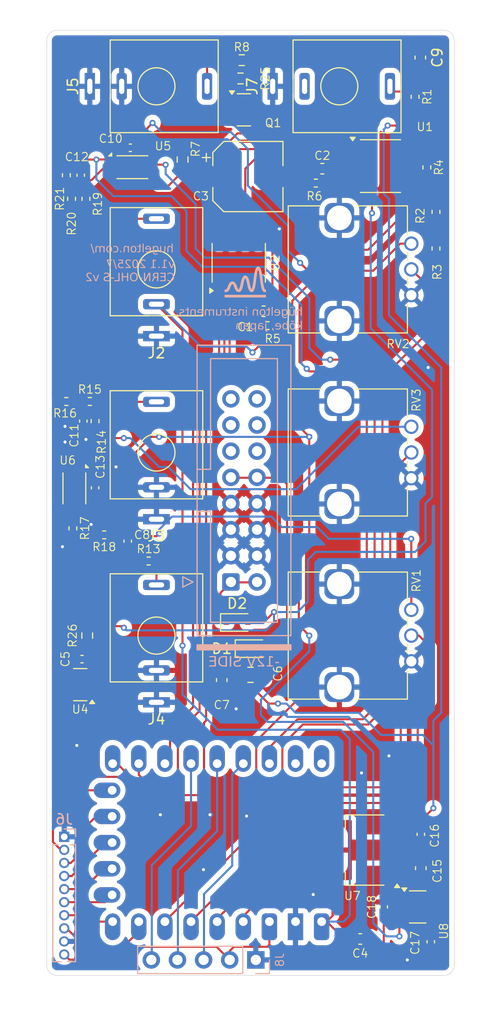
<source format=kicad_pcb>
(kicad_pcb (version 20240108) (generator "pcbnew") (generator_version "8.0")
  (title_block (title "BirdsBoard") (date "2025-07-30") (rev "1.1") (company "Hügelton Instruments. Kōbe, Japan"))
  (layers (0 "F.Cu" signal) (31 "B.Cu" signal) (34 "B.Paste" user) (35 "F.Paste" user) (36 "B.SilkS" user "B.Silkscreen") (37 "F.SilkS" user "F.Silkscreen") (38 "B.Mask" user) (39 "F.Mask" user) (44 "Edge.Cuts" user))
  (net 0 "")
  (net 1 "Net-(U2-VCC)")
  (net 2 "GND")
  (net 3 "Net-(C2-Pad2)")
  (net 4 "Net-(U1A-+)")
  (net 5 "Net-(U1A--)")
  (net 6 "Net-(C3-Pad2)")
  (net 7 "+12V")
  (net 8 "ADC0")
  (net 9 "+3V3")
  (net 10 "Net-(U6A--)")
  (net 11 "Net-(C11-Pad2)")
  (net 12 "-10V")
  (net 13 "Net-(C8-Pad2)")
  (net 14 "+5V")
  (net 15 "-12V")
  (net 16 "VCC")
  (net 17 "Net-(J2-PadT)")
  (net 18 "Net-(J3-PadT)")
  (net 19 "Net-(J4-PadT)")
  (net 20 "Net-(J5-PadT)")
  (net 21 "SD_MOSI")
  (net 22 "SD_CS")
  (net 23 "SD_SCK")
  (net 24 "SD_DAT1")
  (net 25 "SD_DAT3")
  (net 26 "SD_MISO")
  (net 27 "SD_DAT2")
  (net 29 "Jack_Out")
  (net 30 "Net-(R1-Pad2)")
  (net 31 "Net-(U1B--)")
  (net 32 "Net-(U2-LCH)")
  (net 33 "Net-(Q1-C)")
  (net 34 "Net-(Q1-B)")
  (net 36 "Net-(U6B--)")
  (net 37 "ADC1")
  (net 38 "ADC2")
  (net 39 "ADC3")
  (net 42 "DAC_BCK")
  (net 43 "DAC_DATA")
  (net 44 "DAC_WS")
  (net 45 "TX")
  (net 46 "METHOD_2")
  (net 47 "METHOD_1")
  (net 48 "INPUT_GATE")
  (net 49 "RX")
  (net 50 "NEOPIXEL")
  (net 51 "VEE")
  (net 52 "Net-(U5A--)")
  (footprint "Resistor_SMD:R_0603_1608Metric_Pad0.98x0.95mm_HandSolder" (layer "F.Cu") (at 117.729 85.954 90)
    (property "Reference" "R26")
    (property "Value" "2.2k")
  )
  (footprint "_Hugelton:Thonk_narrowPad" (layer "F.Cu") (at 142.24 32.614 90)
    (property "Reference" "J7")
    (property "Value" "Output")
  )
  (footprint "Package_TO_SOT_SMD:SOT-23" (layer "F.Cu") (at 117.0455 90.719 180)
    (property "Reference" "U4")
    (property "Value" "LM4040DBZ-10")
  )
  (footprint "Resistor_SMD:R_0402_1005Metric" (layer "F.Cu") (at 116.332 75.54 -90)
    (property "Reference" "R17")
    (property "Value" "200k")
  )
  (footprint "Capacitor_SMD:C_0402_1005Metric" (layer "F.Cu") (at 121.92 38.583 180)
    (property "Reference" "C10")
    (property "Value" "0.1u")
  )
  (footprint "Resistor_SMD:R_0603_1608Metric_Pad0.98x0.95mm_HandSolder" (layer "F.Cu") (at 132.756 30.074 180)
    (property "Reference" "R8")
    (property "Value" "1M")
  )
  (footprint "Capacitor_SMD:C_0402_1005Metric" (layer "F.Cu") (at 146.558 112.304 90)
    (property "Reference" "C18")
    (property "Value" "1uF")
  )
  (footprint "_Hugelton:Thonk_narrowPad" (layer "F.Cu") (at 124.46 50.394 180)
    (property "Reference" "J2")
    (property "Value" "InputPitchCV")
  )
  (footprint "Resistor_SMD:R_0402_1005Metric" (layer "F.Cu") (at 151.638 48.362 90)
    (property "Reference" "R3")
    (property "Value" "47k")
  )
  (footprint "Resistor_SMD:R_0402_1005Metric" (layer "F.Cu") (at 149.606 33.63 -90)
    (property "Reference" "R1")
    (property "Value" "1k")
  )
  (footprint "Package_DFN_QFN:DFN-8-1EP_3x2mm_P0.5mm_EP1.75x1.45mm" (layer "F.Cu") (at 116.4775 71.6595 -90)
    (property "Reference" "U6")
    (property "Value" "MCP6002-xMC")
  )
  (footprint "Resistor_SMD:R_0402_1005Metric" (layer "F.Cu") (at 117.602 43.536 -90)
    (property "Reference" "R19")
    (property "Value" "100k")
  )
  (footprint "Package_SO:SOIC-8_3.9x4.9mm_P1.27mm" (layer "F.Cu") (at 146.239 40.361)
    (property "Reference" "U1")
    (property "Value" "TL072")
  )
  (footprint "Capacitor_SMD:CP_Elec_6.3x5.4_Nichicon" (layer "F.Cu") (at 133.35 41.377)
    (property "Reference" "C3")
    (property "Value" "100uF")
  )
  (footprint "Capacitor_SMD:C_0805_2012Metric_Pad1.18x1.45mm_HandSolder" (layer "F.Cu") (at 133.604 89.764)
    (property "Reference" "C6")
    (property "Value" "10uF")
  )
  (footprint "Kicad_Akiyuki_Footprint:ALPS_RK09K_Single_Vertical_20mm" (layer "F.Cu") (at 142.24 85.954 90)
    (property "Reference" "RV1")
    (property "Value" "10kB")
  )
  (footprint "Diode_SMD:D_SOD-323" (layer "F.Cu") (at 132.3 84.684)
    (property "Reference" "D2")
    (property "Value" "1N5819WS")
  )
  (footprint "Resistor_SMD:R_0402_1005Metric" (layer "F.Cu") (at 123.696 78.715)
    (property "Reference" "R13")
    (property "Value" "100k")
  )
  (footprint "Capacitor_SMD:C_0603_1608Metric_Pad1.08x0.95mm_HandSolder" (layer "F.Cu") (at 134.874 54.458)
    (property "Reference" "C1")
    (property "Value" "100nF")
  )
  (footprint "Capacitor_SMD:C_0402_1005Metric" (layer "F.Cu") (at 117.094 41.25 90)
    (property "Reference" "C12")
    (property "Value" "18p")
  )
  (footprint "Capacitor_SMD:C_0402_1005Metric" (layer "F.Cu") (at 150.165 105.257 -90)
    (property "Reference" "C16")
    (property "Value" "100nF")
  )
  (footprint "Resistor_SMD:R_0402_1005Metric" (layer "F.Cu") (at 117.981 63.221)
    (property "Reference" "R15")
    (property "Value" "100k")
  )
  (footprint "Capacitor_SMD:C_0402_1005Metric" (layer "F.Cu") (at 121.666 76.782 90)
    (property "Reference" "C8")
    (property "Value" "18p")
  )
  (footprint "Diode_SMD:D_SOD-323" (layer "F.Cu") (at 133.73 87.224)
    (property "Reference" "D1")
    (property "Value" "1N5819WS")
  )
  (footprint "Kicad_Akiyuki_Footprint:ALPS_RK09K_Single_Vertical_20mm" (layer "F.Cu") (at 142.24 68.174 90)
    (property "Reference" "RV3")
    (property "Value" "10kB")
  )
  (footprint "Resistor_SMD:R_0603_1608Metric_Pad0.98x0.95mm_HandSolder" (layer "F.Cu") (at 132.629 31.852)
    (property "Reference" "R25")
    (property "Value" "100k")
  )
  (footprint "Resistor_SMD:R_0402_1005Metric" (layer "F.Cu") (at 135.255 55.855 180)
    (property "Reference" "R5")
    (property "Value" "10")
  )
  (footprint "Capacitor_SMD:C_0402_1005Metric" (layer "F.Cu") (at 117.221 88.24 180)
    (property "Reference" "C5")
    (property "Value" "0.1u")
  )
  (footprint "Capacitor_SMD:C_0402_1005Metric" (layer "F.Cu") (at 151.13 115.685 -90)
    (property "Reference" "C17")
    (property "Value" "0.47uF")
  )
  (footprint "Resistor_SMD:R_0402_1005Metric" (layer "F.Cu") (at 151.638 44.806 -90)
    (property "Reference" "R2")
    (property "Value" "12k")
  )
  (footprint "Capacitor_SMD:C_0603_1608Metric" (layer "F.Cu") (at 144.272 115.418)
    (property "Reference" "C4")
    (property "Value" "10uF")
  )
  (footprint "Resistor_SMD:R_0402_1005Metric" (layer "F.Cu") (at 139.954 42.012 180)
    (property "Reference" "R6")
    (property "Value" "2.2k")
  )
  (footprint "Capacitor_SMD:C_0603_1608Metric" (layer "F.Cu") (at 150.165 108.546 -90)
    (property "Reference" "C15")
    (property "Value" "10uF")
  )
  (footprint "Package_TO_SOT_SMD:SOT-23-3" (layer "F.Cu") (at 149.86 112.304)
    (property "Reference" "U8")
    (property "Value" "XC6206PxxxMR")
  )
  (footprint "Package_TO_SOT_SMD:SOT-23" (layer "F.Cu") (at 132.9615 34.9)
    (property "Reference" "Q1")
    (property "Value" "MMBT3904")
  )
  (footprint "Capacitor_SMD:C_0402_1005Metric" (layer "F.Cu") (at 117.348 65.126 -90)
    (property "Reference" "C11")
    (property "Value" "18p")
  )
  (footprint "Resistor_SMD:R_0402_1005Metric" (layer "F.Cu") (at 118.491 65.126 90)
    (property "Reference" "R14")
    (property "Value" "33k")
  )
  (footprint "Resistor_SMD:R_0402_1005Metric" (layer "F.Cu") (at 115.697 63.221 180)
    (property "Reference" "R16")
    (property "Value" "200k")
  )
  (footprint "Resistor_SMD:R_0603_1608Metric_Pad0.98x0.95mm_HandSolder" (layer "F.Cu") (at 127 39.726 90)
    (property "Reference" "R7")
    (property "Value" "10k")
  )
  (footprint "Resistor_SMD:R_0402_1005Metric" (layer "F.Cu") (at 150.749 40.488 -90)
    (property "Reference" "R4")
    (property "Value" "47k")
  )
  (footprint "Capacitor_SMD:C_0402_1005Metric" (layer "F.Cu") (at 118.491 71.603 90)
    (property "Reference" "C13")
    (property "Value" "0.1u")
  )
  (footprint "Package_DFN_QFN:DFN-8-1EP_3x2mm_P0.5mm_EP1.75x1.45mm" (layer "F.Cu") (at 122.1175 40.4695)
    (property "Reference" "U5")
    (property "Value" "MCP6002-xMC")
  )
  (footprint "_Hugelton:Thonk_narrowPad" (layer "F.Cu") (at 124.46 68.174 180)
    (property "Reference" "J3")
    (property "Value" "CV1")
  )
  (footprint "Package_TO_SOT_SMD:SOT-223-3_TabPin2" (layer "F.Cu") (at 144.729 106.782 180)
    (property "Reference" "U7")
    (property "Value" "LD1117S50TR_SOT223")
  )
  (footprint "Resistor_SMD:R_0402_1005Metric" (layer "F.Cu") (at 116.205 43.536 -90)
    (property "Reference" "R20")
    (property "Value" "200k")
  )
  (footprint "Resistor_SMD:R_0402_1005Metric" (layer "F.Cu") (at 115.697 41.25 -90)
    (property "Reference" "R21")
    (property "Value" "33k")
  )
  (footprint "Capacitor_SMD:C_0603_1608Metric" (layer "F.Cu") (at 130.81 90.272 -90)
    (property "Reference" "C7")
    (property "Value" "0.1u")
  )
  (footprint "_Hugelton:Thonk_narrowPad" (layer "F.Cu") (at 124.46 85.954 180)
    (property "Reference" "J4")
    (property "Value" "CV2")
  )
  (footprint "Kicad_Akiyuki_Footprint:ALPS_RK09K_Single_Vertical_20mm" (layer "F.Cu") (at 142.24 50.394 90)
    (property "Reference" "RV2")
    (property "Value" "10kB")
  )
  (footprint "_Hugelton:Thonk_narrowPad" (layer "F.Cu") (at 124.46 32.614 90)
    (property "Reference" "J5")
    (property "Value" "GateInput")
  )
  (footprint "Capacitor_SMD:C_0603_1608Metric_Pad1.08x0.95mm_HandSolder" (layer "F.Cu") (at 140.589 40.615 180)
    (property "Reference" "C2")
    (property "Value" "1uF")
  )
  (footprint "Resistor_SMD:R_0402_1005Metric" (layer "F.Cu") (at 119.381999 76.175 180)
    (property "Reference" "R18")
    (property "Value" "33k")
  )
  (footprint "Package_SO:SOP-8_3.76x4.96mm_P1.27mm" (layer "F.Cu") (at 132.461 49.7565 90)
    (property "Reference" "U2")
    (property "Value" "PT8211")
  )
  (footprint "Capacitor_SMD:C_0603_1608Metric" (layer "F.Cu") (at 150.114 29.82 90)
    (property "Reference" "C9")
    (property "Value" "0.1u")
  )
  (footprint "Connector_PinHeader_2.54mm:PinHeader_1x05_P2.54mm_Vertical" (layer "B.Cu") (at 134.12 117.45 90)
    (property "Reference" "J8")
    (property "Value" "Conn_01x05_Pin")
  )
  (footprint "Connector_IDC:IDC-Header_2x08_P2.54mm_Vertical" (layer "B.Cu") (at 131.699 80.747)
    (property "Reference" "J1" (hide yes))
    (property "Value" "Conn_02x08_Odd_Even")
  )
  (footprint "Connector_PinHeader_1.27mm:PinHeader_1x10_P1.27mm_Vertical" (layer "B.Cu") (at 115.49 105.494 180)
    (property "Reference" "J6")
    (property "Value" "Conn_01x10_Pin")
  )
  (footprint "Hugelton:LOGO" (layer "B.Cu") (at 133.096 51.791 180)
    (property "Reference" "G***")
    (property "Value" "LOGO" (hide yes))
  )
  (footprint "_Hugelton:RP2040-Zero-THT2" (layer "B.Cu") (at 130.36 106.06 90)
    (property "Reference" "U3" (hide yes))
    (property "Value" "RP2040-Zero-throu" (hide yes))
  )
  (gr_rect (start 128.397 86.843) (end 137.541 87.351) (stroke (width 0.1)) (fill solid) (layer "B.SilkS"))
  (gr_line (start 114.792 27.168) (end 152.416 27.168) (stroke (width 0.05)) (layer "Edge.Cuts"))
  (gr_arc (start 113.792 28.168) (mid 114.084893 27.460893) (end 114.792 27.168) (stroke (width 0.05)) (layer "Edge.Cuts"))
  (gr_arc (start 114.792 118.958) (mid 114.084893 118.665107) (end 113.792 117.958) (stroke (width 0.05)) (layer "Edge.Cuts"))
  (gr_line (start 113.792 117.958) (end 113.792 28.168) (stroke (width 0.05)) (layer "Edge.Cuts"))
  (gr_arc (start 153.416 117.958) (mid 153.123107 118.665107) (end 152.416 118.958) (stroke (width 0.05)) (layer "Edge.Cuts"))
  (gr_arc (start 152.416 27.168) (mid 153.123107 27.460893) (end 153.416 28.168) (stroke (width 0.05)) (layer "Edge.Cuts"))
  (gr_line (start 152.416 118.958) (end 114.792 118.958) (stroke (width 0.05)) (layer "Edge.Cuts"))
  (gr_line (start 153.416 28.168) (end 153.416 117.958) (stroke (width 0.05)) (layer "Edge.Cuts"))
  (gr_text "CERN-OHL-S v2" (at 126.24 51.674 0) (layer "B.SilkS") (effects (font (size 0.8 0.8)) (justify left bottom mirror)))
  (gr_text "v1.1 2025/7" (at 126.26 50.394 0) (layer "B.SilkS") (effects (font (size 0.8 0.8)) (justify left bottom mirror)))
  (gr_text "hugelton.com/" (at 126.135 48.871 0) (layer "B.SilkS") (effects (font (size 0.8 0.8)) (justify left bottom mirror)))
  (gr_text "hügelton instruments.\nkōbe, japan" (at 138.684 56.363 0) (layer "B.SilkS") (effects (font (size 0.8 0.8)) (justify left bottom mirror)))
  (gr_text "-12V SIDE" (at 132.969 89.129 0) (layer "B.SilkS") (effects (font (size 1 1) (thickness 0.125)) (justify bottom mirror)))
  (segment (start 135.765 55.728) (end 135.765 54.486499) (width 0.2) (layer "F.Cu") (net 1))
  (segment (start 135.736501 54.458) (end 135.736501 48.589501) (width 0.2) (layer "F.Cu") (net 1))
  (segment (start 135.736501 48.589501) (end 134.366 47.219) (width 0.2) (layer "F.Cu") (net 1))
  (segment (start 124.841 103.353) (end 121.158 99.67) (width 0.2) (layer "F.Cu") (net 2))
  (segment (start 133.223 103.48) (end 133.096 103.353) (width 0.2) (layer "F.Cu") (net 2))
  (segment (start 150.165 109.321) (end 150.165 110.287) (width 0.2) (layer "F.Cu") (net 2))
  (segment (start 118.491 71.123) (end 117.014 71.123) (width 0.2) (layer "F.Cu") (net 2))
  (segment (start 124.841 103.353) (end 129.667 103.353) (width 0.2) (layer "F.Cu") (net 2))
  (segment (start 150.165 110.287) (end 149.098 111.354) (width 0.2) (layer "F.Cu") (net 2))
  (segment (start 116.2275 70.2095) (end 115.7275 70.2095) (width 0.2) (layer "F.Cu") (net 2))
  (segment (start 116.2275 70.2095) (end 116.2275 71.4095) (width 0.2) (layer "F.Cu") (net 2))
  (segment (start 120.6675 40.7195) (end 121.8675 40.7195) (width 0.2) (layer "F.Cu") (net 2))
  (segment (start 118.618 99.67) (end 116.713 97.765) (width 0.2) (layer "F.Cu") (net 2))
  (segment (start 134.366 54.103499) (end 134.366 52.294) (width 0.2) (layer "F.Cu") (net 2))
  (segment (start 116.713 97.765) (end 116.713 96.622) (width 0.2) (layer "F.Cu") (net 2))
  (segment (start 121.793 38.936) (end 121.793 40.145) (width 0.2) (layer "F.Cu") (net 2))
  (segment (start 115.7275 73.1095) (end 115.7275 70.2095) (width 0.2) (layer "F.Cu") (net 2))
  (segment (start 147.028 111.354) (end 148.7225 111.354) (width 0.2) (layer "F.Cu") (net 2))
  (segment (start 115.316 77.318) (end 115.316 73.521) (width 0.2) (layer "F.Cu") (net 2))
  (segment (start 131.74 36.134) (end 132.024 35.85) (width 0.2) (layer "F.Cu") (net 2))
  (segment (start 115.316 73.521) (end 115.7275 73.1095) (width 0.2) (layer "F.Cu") (net 2))
  (segment (start 120.6675 41.2195) (end 120.6675 40.7195) (width 0.2) (layer "F.Cu") (net 2))
  (segment (start 133.096 103.353) (end 129.667 103.353) (width 0.2) (layer "F.Cu") (net 2))
  (segment (start 146.558 111.824) (end 147.028 111.354) (width 0.2) (layer "F.Cu") (net 2))
  (segment (start 121.158 99.67) (end 118.618 99.67) (width 0.2) (layer "F.Cu") (net 2))
  (segment (start 129.921 103.099) (end 129.667 103.353) (width 0) (layer "F.Cu") (net 2))
  (segment (start 121.44 38.583) (end 121.793 38.936) (width 0.2) (layer "F.Cu") (net 2))
  (via (at 115.57 67.158) (size 0.6) (drill 0.3) (layers "F.Cu" "B.Cu") (net 2))
  (via (at 148.844 117.45) (size 0.6) (drill 0.3) (layers "F.Cu" "B.Cu") (net 2))
  (via (at 124.841 103.353) (size 0.6) (drill 0.3) (layers "F.Cu" "B.Cu") (net 2))
  (via (at 115.316 77.318) (size 0.6) (drill 0.3) (layers "F.Cu" "B.Cu") (net 2))
  (via (at 136.398 46.457) (size 0.6) (drill 0.3) (layers "F.Cu" "B.Cu") (net 2))
  (via (at 147.066 97.638) (size 0.6) (drill 0.3) (layers "F.Cu" "B.Cu") (net 2))
  (via (at 116.713 96.622) (size 0.6) (drill 0.3) (layers "F.Cu" "B.Cu") (net 2))
  (via (at 129.032 108.687) (size 0.6) (drill 0.3) (layers "F.Cu" "B.Cu") (net 2))
  (via (at 132.207 93.066) (size 0.6) (drill 0.3) (layers "F.Cu" "B.Cu") (net 2))
  (via (at 118.11 75.159) (size 0.6) (drill 0.3) (layers "F.Cu" "B.Cu") (net 2))
  (via (at 144.399 99.289) (size 0.6) (drill 0.3) (layers "F.Cu" "B.Cu") (net 2))
  (via (at 129.667 103.353) (size 0.6) (drill 0.3) (layers "F.Cu" "B.Cu") (net 2))
  (via (at 117.602 66.904) (size 0.6) (drill 0.3) (layers "F.Cu" "B.Cu") (net 2))
  (via (at 115.57 65.634) (size 0.6) (drill 0.3) (layers "F.Cu" "B.Cu") (net 2))
  (via (at 139.7 111.1) (size 0.6) (drill 0.3) (layers "F.Cu" "B.Cu") (net 2))
  (via (at 150.876 59.919) (size 0.6) (drill 0.3) (layers "F.Cu" "B.Cu") (net 2))
  (via (at 120.523 69.571) (size 0.6) (drill 0.3) (layers "F.Cu" "B.Cu") (net 2))
  (via (at 133.223 103.48) (size 0.6) (drill 0.3) (layers "F.Cu" "B.Cu") (net 2))
  (segment (start 137.98 116.434) (end 137.98 113.73) (width 0.2) (layer "B.Cu") (net 2))
  (segment (start 118.615 74.654) (end 124.46 74.654) (width 0.2) (layer "B.Cu") (net 2))
  (segment (start 120.523 69.571) (end 120.523 73.707) (width 0.2) (layer "B.Cu") (net 2))
  (segment (start 146.812 97.511) (end 145.034 95.733) (width 0.2) (layer "B.Cu") (net 2))
  (segment (start 137.98 113.23) (end 138.48 113.73) (width 0.2) (layer "B.Cu") (net 2))
  (segment (start 134.12 117.45) (end 136.964 117.45) (width 0.2) (layer "B.Cu") (net 2))
  (segment (start 136.906 93.574) (end 135.763 93.574) (width 0.2) (layer "B.Cu") (net 2))
  (segment (start 133.223 103.48) (end 133.223 109.322) (width 0.2) (layer "B.Cu") (net 2))
  (segment (start 118.11 75.159) (end 118.615 74.654) (width 0.2) (layer "B.Cu") (net 2))
  (segment (start 143.148 93.847) (end 137.179 93.847) (width 0.2) (layer "B.Cu") (net 2))
  (segment (start 146.939 97.511) (end 146.812 97.511) (width 0.2) (layer "B.Cu") (net 2))
  (segment (start 137.16 93.828) (end 136.906 93.574) (width 0.2) (layer "B.Cu") (net 2))
  (segment (start 133.604 109.703) (end 136.779 109.703) (width 0.2) (layer "B.Cu") (net 2))
  (segment (start 115.951 77.318) (end 118.11 75.159) (width 0.2) (layer "B.Cu") (net 2))
  (segment (start 121.47 74.654) (end 124.46 74.654) (width 0.2) (layer "B.Cu") (net 2))
  (segment (start 136.779 109.703) (end 137.98 110.904) (width 0.2) (layer "B.Cu") (net 2))
  (segment (start 133.223 109.322) (end 133.604 109.703) (width 0.2) (layer "B.Cu") (net 2))
  (segment (start 137.98 110.904) (end 137.98 113.23) (width 0.2) (layer "B.Cu") (net 2))
  (segment (start 120.523 73.707) (end 121.47 74.654) (width 0.2) (layer "B.Cu") (net 2))
  (segment (start 147.066 97.638) (end 146.939 97.511) (width 0.2) (layer "B.Cu") (net 2))
  (segment (start 145.034 95.733) (end 143.148 93.847) (width 0.2) (layer "B.Cu") (net 2))
  (segment (start 136.964 117.45) (end 137.98 116.434) (width 0.2) (layer "B.Cu") (net 2))
  (segment (start 137.179 93.847) (end 137.16 93.828) (width 0.2) (layer "B.Cu") (net 2))
  (segment (start 115.316 77.318) (end 115.951 77.318) (width 0.2) (layer "B.Cu") (net 2))
  (segment (start 140.464 41.352501) (end 139.726499 40.615) (width 0.2) (layer "F.Cu") (net 3))
  (segment (start 140.464 42.012) (end 140.464 41.352501) (width 0.2) (layer "F.Cu") (net 3))
  (segment (start 141.832501 40.996) (end 141.451501 40.615) (width 0.2) (layer "F.Cu") (net 4))
  (segment (start 143.764 40.996) (end 141.832501 40.996) (width 0.2) (layer "F.Cu") (net 4))
  (segment (start 130.65 40.648) (end 132.588 38.71) (width 0.2) (layer "F.Cu") (net 5))
  (segment (start 143.51 38.71) (end 143.764 38.456) (width 0.2) (layer "F.Cu") (net 5))
  (segment (start 130.65 41.377) (end 130.65 40.648) (width 0.2) (layer "F.Cu") (net 5))
  (segment (start 143.764 39.726) (end 143.764 38.456) (width 0.2) (layer "F.Cu") (net 5))
  (segment (start 132.588 38.71) (end 143.51 38.71) (width 0.2) (layer "F.Cu") (net 5))
  (segment (start 138.684 46.965) (end 140.208 48.489) (width 0.2) (layer "F.Cu") (net 6))
  (segment (start 136.398 41.377) (end 138.684 43.663) (width 0.2) (layer "F.Cu") (net 6))
  (segment (start 145.034 48.489) (end 148.207 45.316) (width 0.2) (layer "F.Cu") (net 6))
  (segment (start 148.207 45.316) (end 151.638 45.316) (width 0.2) (layer "F.Cu") (net 6))
  (segment (start 140.208 48.489) (end 145.034 48.489) (width 0.2) (layer "F.Cu") (net 6))
  (segment (start 151.638 47.852) (end 151.638 45.316) (width 0.2) (layer "F.Cu") (net 6))
  (segment (start 138.684 43.663) (end 138.684 46.965) (width 0.2) (layer "F.Cu") (net 6))
  (segment (start 147.701 36.424) (end 148.714 37.437) (width 0.2) (layer "F.Cu") (net 7))
  (segment (start 132.08 87.224) (end 132.68 87.224) (width 0.2) (layer "F.Cu") (net 7))
  (segment (start 150.165 103.937) (end 151.384 102.718) (width 0.2) (layer "F.Cu") (net 7))
  (segment (start 132.08 87.224) (end 132.08 89.2775) (width 0.2) (layer "F.Cu") (net 7))
  (segment (start 132.08 89.2775) (end 132.5665 89.764) (width 0.2) (layer "F.Cu") (net 7))
  (segment (start 130.81 89.497) (end 132.2995 89.497) (width 0.2) (layer "F.Cu") (net 7))
  (segment (start 136.271 92.558) (end 135.3605 92.558) (width 0.2) (layer "F.Cu") (net 7))
  (segment (start 150.165 104.482) (end 150.165 103.937) (width 0.2) (layer "F.Cu") (net 7))
  (segment (start 148.714 37.437) (end 148.714 38.456) (width 0.2) (layer "F.Cu") (net 7))
  (segment (start 146.939 36.424) (end 147.701 36.424) (width 0.2) (layer "F.Cu") (net 7))
  (segment (start 135.3605 92.558) (end 132.5665 89.764) (width 0.2) (layer "F.Cu") (net 7))
  (segment (start 150.165 104.482) (end 147.879 104.482) (width 0.2) (layer "F.Cu") (net 7))
  (via (at 146.939 36.424) (size 0.6) (drill 0.3) (layers "F.Cu" "B.Cu") (net 7))
  (via (at 151.384 102.718) (size 0.6) (drill 0.3) (layers "F.Cu" "B.Cu") (net 7))
  (via (at 136.271 92.558) (size 0.6) (drill 0.3) (layers "F.Cu" "B.Cu") (net 7))
  (segment (start 146.558 36.805) (end 146.558 43.028) (width 0.2) (layer "B.Cu") (net 7))
  (segment (start 151.384 96.622) (end 151.384 97.13) (width 0.2) (layer "B.Cu") (net 7))
  (segment (start 146.304 95.606) (end 150.368 95.606) (width 0.2) (layer "B.Cu") (net 7))
  (segment (start 144.145 93.447) (end 146.304 95.606) (width 0.2) (layer "B.Cu") (net 7))
  (segment (start 151.384 94.209) (end 151.384 97.13) (width 0.2) (layer "B.Cu") (net 7))
  (segment (start 152.146 93.447) (end 151.384 94.209) (width 0.2) (layer "B.Cu") (net 7))
  (segment (start 146.558 43.028) (end 147.066 43.536) (width 0.2) (layer "B.Cu") (net 7))
  (segment (start 150.368 95.606) (end 151.384 96.622) (width 0.2) (layer "B.Cu") (net 7))
  (segment (start 147.066 43.536) (end 147.066 54.839) (width 0.2) (layer "B.Cu") (net 7))
  (segment (start 137.0965 92.558) (end 137.9855 93.447) (width 0.2) (layer "B.Cu") (net 7))
  (segment (start 137.9855 93.447) (end 144.145 93.447) (width 0.2) (layer "B.Cu") (net 7))
  (segment (start 152.146 59.919) (end 152.146 93.447) (width 0.2) (layer "B.Cu") (net 7))
  (segment (start 147.066 54.839) (end 152.146 59.919) (width 0.2) (layer "B.Cu") (net 7))
  (segment (start 136.271 92.558) (end 137.0965 92.558) (width 0.2) (layer "B.Cu") (net 7))
  (segment (start 151.384 97.13) (end 151.384 102.718) (width 0.2) (layer "B.Cu") (net 7))
  (segment (start 146.939 36.424) (end 146.558 36.805) (width 0.2) (layer "B.Cu") (net 7))
  (segment (start 138.811 91.542) (end 134.1628 96.1902) (width 0.2) (layer "F.Cu") (net 8))
  (segment (start 144.907 61.316) (end 144.907 86.589) (width 0.2) (layer "F.Cu") (net 8))
  (segment (start 143.891 60.3) (end 144.907 61.316) (width 0.2) (layer "F.Cu") (net 8))
  (segment (start 118.618 39.726) (end 118.6245 39.7195) (width 0.2) (layer "F.Cu") (net 8))
  (segment (start 139.319 60.3) (end 143.891 60.3) (width 0.2) (layer "F.Cu") (net 8))
  (segment (start 144.145 87.351) (end 141.224 87.351) (width 0.2) (layer "F.Cu") (net 8))
  (segment (start 134.1628 104.8262) (end 125.780001 113.208999) (width 0.2) (layer "F.Cu") (net 8))
  (segment (start 117.094 40.77) (end 115.726999 40.77) (width 0.2) (layer "F.Cu") (net 8))
  (segment (start 144.907 86.589) (end 144.145 87.351) (width 0.2) (layer "F.Cu") (net 8))
  (segment (start 141.224 87.351) (end 138.811 89.764) (width 0.2) (layer "F.Cu") (net 8))
  (segment (start 117.094 40.77) (end 117.094 40.234) (width 0.2) (layer "F.Cu") (net 8))
  (segment (start 117.094 40.234) (end 117.602 39.726) (width 0.2) (layer "F.Cu") (net 8))
  (segment (start 118.6245 39.7195) (end 120.6675 39.7195) (width 0.2) (layer "F.Cu") (net 8))
  (segment (start 134.1628 96.1902) (end 134.1628 104.8262) (width 0.2) (layer "F.Cu") (net 8))
  (segment (start 139.065 60.046) (end 139.319 60.3) (width 0.2) (layer "F.Cu") (net 8))
  (segment (start 138.811 89.764) (end 138.811 91.542) (width 0.2) (layer "F.Cu") (net 8))
  (segment (start 117.602 39.726) (end 118.618 39.726) (width 0.2) (layer "F.Cu") (net 8))
  (via (at 139.065 60.046) (size 0.6) (drill 0.3) (layers "F.Cu" "B.Cu") (net 8))
  (via (at 118.618 39.726) (size 0.6) (drill 0.3) (layers "F.Cu" "B.Cu") (net 8))
  (segment (start 138.557 59.538) (end 139.065 60.046) (width 0.2) (layer "B.Cu") (net 8))
  (segment (start 138.557 53.823) (end 138.557 59.538) (width 0.2) (layer "B.Cu") (net 8))
  (segment (start 118.618 39.726) (end 118.618 41.631) (width 0.2) (layer "B.Cu") (net 8))
  (segment (start 118.618 41.631) (end 120.269 43.282) (width 0.2) (layer "B.Cu") (net 8))
  (segment (start 120.269 43.282) (end 125.9205 43.282) (width 0.2) (layer "B.Cu") (net 8))
  (segment (start 128.905 50.14) (end 134.874 50.14) (width 0.2) (layer "B.Cu") (net 8))
  (segment (start 125.9205 43.282) (end 127.381 44.7425) (width 0.2) (layer "B.Cu") (net 8))
  (segment (start 134.874 50.14) (end 138.557 53.823) (width 0.2) (layer "B.Cu") (net 8))
  (segment (start 127.381 44.7425) (end 127.381 48.616) (width 0.2) (layer "B.Cu") (net 8))
  (segment (start 127.381 48.616) (end 128.905 50.14) (width 0.2) (layer "B.Cu") (net 8))
  (segment (start 123.1865 38.583) (end 123.5675 38.964) (width 0.2) (layer "F.Cu") (net 9))
  (segment (start 148.7225 113.254) (end 148.082 113.8945) (width 0.2) (layer "F.Cu") (net 9))
  (segment (start 131.58 116.584) (end 131.99 116.174) (width 0.2) (layer "F.Cu") (net 9))
  (segment (start 135.439999 114.23) (end 135.439999 115.983999) (width 0.2) (layer "F.Cu") (net 9))
  (segment (start 141.224 50.521) (end 140.589 50.521) (width 0.2) (layer "F.Cu") (net 9))
  (segment (start 135.439999 115.983999) (end 137.033 117.577) (width 0.2) (layer "F.Cu") (net 9))
  (segment (start 138.303 77.064) (end 138.303 84.938) (width 0.2) (layer "F.Cu") (net 9))
  (segment (start 130.304 116.174) (end 122.24 116.174) (width 0.2) (layer "F.Cu") (net 9))
  (segment (start 137.033 117.577) (end 145.669 117.577) (width 0.2) (layer "F.Cu") (net 9))
  (segment (start 139.192 50.521) (end 138.43 49.759) (width 0.2) (layer "F.Cu") (net 9))
  (segment (start 146.558 113.079) (end 148.5475 113.079) (width 0.2) (layer "F.Cu") (net 9))
  (segment (start 139.319 76.048) (end 138.303 77.064) (width 0.2) (layer "F.Cu") (net 9))
  (segment (start 131.58 117.45) (end 130.304 116.174) (width 0.2) (layer "F.Cu") (net 9))
  (segment (start 135.939999 113.73) (end 135.439999 114.23) (width 0.2) (layer "F.Cu") (net 9))
  (segment (start 122.24 116.174) (end 120.99 117.424) (width 0.2) (layer "F.Cu") (net 9))
  (segment (start 127 38.8135) (end 124.4735 38.8135) (width 0.2) (layer "F.Cu") (net 9))
  (segment (start 148.082 113.8945) (end 148.082 115.164) (width 0.2) (layer "F.Cu") (net 9))
  (segment (start 115.99 117.424) (end 115.49 116.924) (width 0.2) (layer "F.Cu") (net 9))
  (segment (start 124.4735 38.8135) (end 123.5675 39.7195) (width 0.2) (layer "F.Cu") (net 9))
  (segment (start 123.5675 36.6815) (end 124.079 36.17) (width 0.2) (layer "F.Cu") (net 9))
  (segment (start 135.249998 116.174) (end 135.439999 115.983999) (width 0.2) (layer "F.Cu") (net 9))
  (segment (start 137.668 53.442) (end 137.668 64.999) (width 0.2) (layer "F.Cu") (net 9))
  (segment (start 141.224 50.521) (end 139.192 50.521) (width 0.2) (layer "F.Cu") (net 9))
  (segment (start 145.669 117.577) (end 146.558 116.688) (width 0.2) (layer "F.Cu") (net 9))
  (segment (start 124.714 66.65) (end 123.952 66.65) (width 0.2) (layer "F.Cu") (net 9))
  (segment (start 145.542 50.521) (end 141.224 50.521) (width 0.2) (layer "F.Cu") (net 9))
  (segment (start 122.047 71.095) (end 121.059 72.083) (width 0.2) (layer "F.Cu") (net 9))
  (segment (start 123.5675 38.964) (end 123.5675 36.6815) (width 0.2) (layer "F.Cu") (net 9))
  (segment (start 118.0005 73.1095) (end 118.491 72.619) (width 0.2) (layer "F.Cu") (net 9))
  (segment (start 149.24 47.894) (end 148.169 47.894) (width 0.2) (layer "F.Cu") (net 9))
  (segment (start 122.4 38.583) (end 123.1865 38.583) (width 0.2) (layer "F.Cu") (net 9))
  (segment (start 131.58 117.45) (end 131.58 116.584) (width 0.2) (layer "F.Cu") (net 9))
  (segment (start 121.059 72.083) (end 118.491 72.083) (width 0.2) (layer "F.Cu") (net 9))
  (segment (start 148.169 47.894) (end 145.542 50.521) (width 0.2) (layer "F.Cu") (net 9))
  (segment (start 122.047 68.555) (end 122.047 71.095) (width 0.2) (layer "F.Cu") (net 9))
  (segment (start 123.952 66.65) (end 122.047 68.555) (width 0.2) (layer "F.Cu") (net 9))
  (segment (start 140.589 50.521) (end 137.668 53.442) (width 0.2) (layer "F.Cu") (net 9))
  (segment (start 138.303 84.938) (end 139.319 85.954) (width 0.2) (layer "F.Cu") (net 9))
  (segment (start 123.5675 39.7195) (end 123.5675 38.964) (width 0.2) (layer "F.Cu") (net 9))
  (segment (start 117.2275 73.1095) (end 118.0005 73.1095) (width 0.2) (layer "F.Cu") (net 9))
  (segment (start 118.491 72.619) (end 118.491 72.083) (width 0.2) (layer "F.Cu") (net 9))
  (segment (start 120.99 117.424) (end 115.99 117.424) (width 0.2) (layer "F.Cu") (net 9))
  (segment (start 137.668 64.999) (end 139.319 66.65) (width 0.2) (layer "F.Cu") (net 9))
  (segment (start 139.319 66.65) (end 139.319 76.048) (width 0.2) (layer "F.Cu") (net 9))
  (segment (start 131.99 116.174) (end 135.249998 116.174) (width 0.2) (layer "F.Cu") (net 9))
  (segment (start 146.558 116.688) (end 146.558 113.079) (width 0.2) (layer "F.Cu") (net 9))
  (via (at 124.714 66.65) (size 0.6) (drill 0.3) (layers "F.Cu" "B.Cu") (net 9))
  (via (at 138.43 49.759) (size 0.6) (drill 0.3) (layers "F.Cu" "B.Cu") (net 9))
  (via (at 148.082 115.164) (size 0.6) (drill 0.3) (layers "F.Cu" "B.Cu") (net 9))
  (via (at 139.319 85.954) (size 0.6) (drill 0.3) (layers "F.Cu" "B.Cu") (net 9))
  (via (at 124.079 36.17) (size 0.6) (drill 0.3) (layers "F.Cu" "B.Cu") (net 9))
  (via (at 139.319 66.65) (size 0.6) (drill 0.3) (layers "F.Cu" "B.Cu") (net 9))
  (segment (start 124.714 66.65) (end 124.721 66.657) (width 0.2) (layer "B.Cu") (net 9))
  (segment (start 134.62 92.177) (end 139.319 87.478) (width 0.2) (layer "B.Cu") (net 9))
  (segment (start 133.35 42.266) (end 137.287 46.203) (width 0.2) (layer "B.Cu") (net 9))
  (segment (start 135.439999 114.23) (end 135.939999 113.73) (width 0.2) (layer "B.Cu") (net 9))
  (segment (start 124.721 66.657) (end 139.312 66.657) (width 0.2) (layer "B.Cu") (net 9))
  (segment (start 133.35 38.71) (end 133.35 42.266) (width 0.2) (layer "B.Cu") (net 9))
  (segment (start 137.287 46.203) (end 137.287 48.616) (width 0.2) (layer "B.Cu") (net 9))
  (segment (start 124.968 37.059) (end 131.699 37.059) (width 0.2) (layer "B.Cu") (net 9))
  (segment (start 131.699 37.059) (end 133.35 38.71) (width 0.2) (layer "B.Cu") (net 9))
  (segment (start 145.542 97.257) (end 142.621 94.336) (width 0.2) (layer "B.Cu") (net 9))
  (segment (start 146.812 115.164) (end 145.542 113.894) (width 0.2) (layer "B.Cu") (net 9))
  (segment (start 148.082 115.164) (end 146.812 115.164) (width 0.2) (layer "B.Cu") (net 9))
  (segment (start 142.621 94.336) (end 135.255 94.336) (width 0.2) (layer "B.Cu") (net 9))
  (segment (start 132.08 117.45) (end 131.6228 116.9928) (width 0.2) (layer "B.Cu") (net 9))
  (segment (start 145.542 113.894) (end 145.542 97.257) (width 0.2) (layer "B.Cu") (net 9))
  (segment (start 124.079 36.17) (end 124.968 37.059) (width 0.2) (layer "B.Cu") (net 9))
  (segment (start 135.255 94.336) (end 134.62 93.701) (width 0.2) (layer "B.Cu") (net 9))
  (segment (start 134.62 93.701) (end 134.62 92.177) (width 0.2) (layer "B.Cu") (net 9))
  (segment (start 137.287 48.616) (end 138.43 49.759) (width 0.2) (layer "B.Cu") (net 9))
  (segment (start 139.312 66.657) (end 139.319 66.65) (width 0.2) (layer "B.Cu") (net 9))
  (segment (start 139.319 87.478) (end 139.319 85.954) (width 0.2) (layer "B.Cu") (net 9))
  (segment (start 117.348 64.646) (end 117.348 63.344) (width 0.2) (layer "F.Cu") (net 10))
  (segment (start 116.812 64.646) (end 116.459 64.999) (width 0.2) (layer "F.Cu") (net 10))
  (segment (start 118.491 64.616001) (end 117.377999 64.616001) (width 0.2) (layer "F.Cu") (net 10))
  (segment (start 116.206999 63.221) (end 117.471 63.221) (width 0.2) (layer "F.Cu") (net 10))
  (segment (start 116.459 68.745) (end 116.7275 69.0135) (width 0.2) (layer "F.Cu") (net 10))
  (segment (start 116.7275 70.2095) (end 116.7275 69.0135) (width 0.2) (layer "F.Cu") (net 10))
  (segment (start 116.459 64.999) (end 116.459 68.745) (width 0.2) (layer "F.Cu") (net 10))
  (segment (start 117.348 64.646) (end 116.812 64.646) (width 0.2) (layer "F.Cu") (net 10))
  (segment (start 118.999 66.777) (end 117.2275 68.5485) (width 0.2) (layer "F.Cu") (net 11))
  (segment (start 121.285 66.777) (end 118.999 66.777) (width 0.2) (layer "F.Cu") (net 11))
  (segment (start 118.491 65.635999) (end 118.491 66.269) (width 0.2) (layer "F.Cu") (net 11))
  (segment (start 117.377999 65.635999) (end 118.491 65.635999) (width 0.2) (layer "F.Cu") (net 11))
  (segment (start 117.2275 68.5485) (end 117.2275 70.2095) (width 0.2) (layer "F.Cu") (net 11))
  (segment (start 118.491 66.269) (end 118.999 66.777) (width 0.2) (layer "F.Cu") (net 11))
  (via (at 121.285 66.777) (size 0.6) (drill 0.3) (layers "F.Cu" "B.Cu") (net 11))
  (segment (start 144.104999 65.674001) (end 149.24 65.674001) (width 0.2) (layer "B.Cu") (net 11))
  (segment (start 124.714 69.571) (end 125.603 69.571) (width 0.2) (layer "B.Cu") (net 11))
  (segment (start 138.042 71.737) (end 144.104999 65.674001) (width 0.2) (layer "B.Cu") (net 11))
  (segment (start 127.769 71.737) (end 138.042 71.737) (width 0.2) (layer "B.Cu") (net 11))
  (segment (start 121.285 66.777) (end 121.92 66.777) (width 0.2) (layer "B.Cu") (net 11))
  (segment (start 121.92 66.777) (end 124.714 69.571) (width 0.2) (layer "B.Cu") (net 11))
  (segment (start 125.603 69.571) (end 127.769 71.737) (width 0.2) (layer "B.Cu") (net 11))
  (segment (start 117.701 88.24) (end 117.701 86.8945) (width 0.2) (layer "F.Cu") (net 12))
  (segment (start 115.951 83.033) (end 115.951 79.35) (width 0.2) (layer "F.Cu") (net 12))
  (segment (start 117.729 86.8665) (end 116.7365 86.8665) (width 0.2) (layer "F.Cu") (net 12))
  (segment (start 115.187001 63.221) (end 115.187001 45.063998) (width 0.2) (layer "F.Cu") (net 12))
  (segment (start 116.332 78.969) (end 116.332 76.049999) (width 0.2) (layer "F.Cu") (net 12))
  (segment (start 115.951 86.081) (end 115.951 83.033) (width 0.2) (layer "F.Cu") (net 12))
  (segment (start 116.7365 86.8665) (end 115.951 86.081) (width 0.2) (layer "F.Cu") (net 12))
  (segment (start 114.681 81.763) (end 114.681 63.727001) (width 0.2) (layer "F.Cu") (net 12))
  (segment (start 115.951 83.033) (end 114.681 81.763) (width 0.2) (layer "F.Cu") (net 12))
  (segment (start 115.187001 45.063998) (end 116.205 44.045999) (width 0.2) (layer "F.Cu") (net 12))
  (segment (start 117.602 89.769) (end 117.602 88.339) (width 0.2) (layer "F.Cu") (net 12))
  (segment (start 114.681 63.727001) (end 115.187001 63.221) (width 0.2) (layer "F.Cu") (net 12))
  (segment (start 115.951 79.35) (end 116.332 78.969) (width 0.2) (layer "F.Cu") (net 12))
  (segment (start 119.891998 76.175) (end 121.539 76.175) (width 0.2) (layer "F.Cu") (net 13))
  (segment (start 116.7275 73.1095) (end 116.7275 73.9035) (width 0.2) (layer "F.Cu") (net 13))
  (segment (start 124.46 76.302) (end 124.714 76.048) (width 0.2) (layer "F.Cu") (net 13))
  (segment (start 116.7275 73.9035) (end 117.348 74.524) (width 0.2) (layer "F.Cu") (net 13))
  (segment (start 118.872 74.524) (end 119.891998 75.543998) (width 0.2) (layer "F.Cu") (net 13))
  (segment (start 121.666 76.302) (end 124.46 76.302) (width 0.2) (layer "F.Cu") (net 13))
  (segment (start 149.24 83.454001) (end 149.24 76.571) (width 0.2) (layer "F.Cu") (net 13))
  (segment (start 149.24 76.571) (end 149.225 76.556) (width 0.2) (layer "F.Cu") (net 13))
  (segment (start 119.891998 75.543998) (end 119.891998 76.175) (width 0.2) (layer "F.Cu") (net 13))
  (segment (start 117.348 74.524) (end 118.872 74.524) (width 0.2) (layer "F.Cu") (net 13))
  (via (at 149.225 76.556) (size 0.6) (drill 0.3) (layers "F.Cu" "B.Cu") (net 13))
  (via (at 124.714 76.048) (size 0.6) (drill 0.3) (layers "F.Cu" "B.Cu") (net 13))
  (segment (start 141.224 76.556) (end 140.081 75.413) (width 0.2) (layer "B.Cu") (net 13))
  (segment (start 135.636 74.397) (end 125.984 74.397) (width 0.2) (layer "B.Cu") (net 13))
  (segment (start 124.714 75.667) (end 124.714 76.048) (width 0.2) (layer "B.Cu") (net 13))
  (segment (start 136.652 75.413) (end 135.636 74.397) (width 0.2) (layer "B.Cu") (net 13))
  (segment (start 125.984 74.397) (end 124.714 75.667) (width 0.2) (layer "B.Cu") (net 13))
  (segment (start 140.081 75.413) (end 136.652 75.413) (width 0.2) (layer "B.Cu") (net 13))
  (segment (start 149.225 76.556) (end 141.224 76.556) (width 0.2) (layer "B.Cu") (net 13))
  (segment (start 126.99 56.304) (end 124.46 53.774) (width 0.2) (layer "F.Cu") (net 14))
  (segment (start 150.9975 114.7775) (end 151.13 114.91) (width 0.2) (layer "F.Cu") (net 14))
  (segment (start 142.708 115.418) (end 141.02 113.73) (width 0.2) (layer "F.Cu") (net 14))
  (segment (start 151.384 112.37) (end 151.384 108.306) (width 0.2) (layer "F.Cu") (net 14))
  (segment (start 126.99 86.924) (end 126.99 56.304) (width 0.2) (layer "F.Cu") (net 14))
  (segment (start 148.793 106.782) (end 149.782 107.771) (width 0.2) (layer "F.Cu") (net 14))
  (segment (start 143.497 115.418) (end 142.708 115.418) (width 0.2) (layer "F.Cu") (net 14))
  (segment (start 133.7945 58.4585) (end 134.745 57.508) (width 0.2) (layer "F.Cu") (net 14))
  (segment (start 151.384 108.306) (end 150.849 107.771) (width 0.2) (layer "F.Cu") (net 14))
  (segment (start 150.849 107.771) (end 150.165 107.771) (width 0.2) (layer "F.Cu") (net 14))
  (segment (start 149.782 107.771) (end 150.165 107.771) (width 0.2) (layer "F.Cu") (net 14))
  (segment (start 134.745 57.508) (end 134.745 55.728) (width 0.2) (layer "F.Cu") (net 14))
  (segment (start 147.878999 106.782) (end 148.793 106.782) (width 0.2) (layer "F.Cu") (net 14))
  (segment (start 150.9975 112.304) (end 150.9975 114.7775) (width 0.2) (layer "F.Cu") (net 14))
  (segment (start 141.579001 113.170999) (end 141.579001 106.782) (width 0.2) (layer "F.Cu") (net 14))
  (segment (start 141.630001 113.119999) (end 141.02 113.73) (width 0.2) (layer "F.Cu") (net 14))
  (via (at 126.99 86.924) (size 0.6) (drill 0.3) (layers "F.Cu" "B.Cu") (net 14))
  (via (at 133.7945 58.4585) (size 0.6) (drill 0.3) (layers "F.Cu" "B.Cu") (net 14))
  (segment (start 143.256 113.132) (end 143.256 95.987) (width 0.2) (layer "B.Cu") (net 14))
  (segment (start 130.414 95.098) (end 126.99 91.674) (width 0.2) (layer "B.Cu") (net 14))
  (segment (start 141.02 113.73) (end 142.658 113.73) (width 0.2) (layer "B.Cu") (net 14))
  (segment (start 143.256 95.987) (end 142.367 95.098) (width 0.2) (layer "B.Cu") (net 14))
  (segment (start 142.367 95.098) (end 130.414 95.098) (width 0.2) (layer "B.Cu") (net 14))
  (segment (start 133.223 57.887) (end 128.778 57.887) (width 0.2) (layer "B.Cu") (net 14))
  (segment (start 133.7945 58.4585) (end 133.223 57.887) (width 0.2) (layer "B.Cu") (net 14))
  (segment (start 126.99 91.674) (end 126.99 86.924) (width 0.2) (layer "B.Cu") (net 14))
  (segment (start 142.658 113.73) (end 143.256 113.132) (width 0.2) (layer "B.Cu") (net 14))
  (segment (start 128.778 57.887) (end 124.665 53.774) (width 0.2) (layer "B.Cu") (net 14))
  (segment (start 144.907 42.393) (end 145.161 42.393) (width 0.2) (layer "F.Cu") (net 15))
  (segment (start 146.825 29.045) (end 150.114 29.045) (width 0.2) (layer "F.Cu") (net 15))
  (segment (start 145.542 36.678) (end 144.78 35.916) (width 0.2) (layer "F.Cu") (net 15))
  (segment (start 145.542 42.012) (end 145.542 36.678) (width 0.2) (layer "F.Cu") (net 15))
  (segment (start 121.285 85.192) (end 121.1345 85.0415) (width 0.2) (layer "F.Cu") (net 15))
  (segment (start 144.78 31.09) (end 146.825 29.045) (width 0.2) (layer "F.Cu") (net 15))
  (segment (start 144.78 42.266) (end 143.764 42.266) (width 0.2) (layer "F.Cu") (net 15))
  (segment (start 145.415 44.933) (end 145.415 42.901) (width 0.2) (layer "F.Cu") (net 15))
  (segment (start 121.1345 85.0415) (end 117.729 85.0415) (width 0.2) (layer "F.Cu") (net 15))
  (segment (start 135.89 83.668) (end 134.874 84.684) (width 0.2) (layer "F.Cu") (net 15))
  (segment (start 144.78 35.916) (end 144.78 31.09) (width 0.2) (layer "F.Cu") (net 15))
  (segment (start 134.874 84.684) (end 133.384 84.684) (width 0.2) (layer "F.Cu") (net 15))
  (segment (start 145.161 42.393) (end 145.542 42.012) (width 0.2) (layer "F.Cu") (net 15))
  (segment (start 145.415 42.901) (end 144.78 42.266) (width 0.2) (layer "F.Cu") (net 15))
  (via (at 135.89 83.668) (size 0.6) (drill 0.3) (layers "F.Cu" "B.Cu") (net 15))
  (via (at 121.285 85.192) (size 0.6) (drill 0.3) (layers "F.Cu" "B.Cu") (net 15))
  (via (at 145.415 44.933) (size 0.6) (drill 0.3) (layers "F.Cu" "B.Cu") (net 15))
  (segment (start 121.539 85.446) (end 135.128 85.446) (width 0.2) (layer "B.Cu") (net 15))
  (segment (start 149.606 77.826) (end 139.954 77.826) (width 0.2) (layer "B.Cu") (net 15))
  (segment (start 135.89 84.684) (end 135.89 83.668) (width 0.2) (layer "B.Cu") (net 15))
  (segment (start 151.257 72.492) (end 150.622 73.127) (width 0.2) (layer "B.Cu") (net 15))
  (segment (start 145.288 56.109) (end 151.257 62.078) (width 0.2) (layer "B.Cu") (net 15))
  (segment (start 121.285 85.192) (end 121.539 85.446) (width 0.2) (layer "B.Cu") (net 15))
  (segment (start 138.176 83.668) (end 135.89 83.668) (width 0.2) (layer "B.Cu") (net 15))
  (segment (start 139.954 77.826) (end 139.192 78.588) (width 0.2) (layer "B.Cu") (net 15))
  (segment (start 145.288 45.06) (end 145.288 56.109) (width 0.2) (layer "B.Cu") (net 15))
  (segment (start 139.192 82.652) (end 138.176 83.668) (width 0.2) (layer "B.Cu") (net 15))
  (segment (start 150.622 76.81) (end 149.606 77.826) (width 0.2) (layer "B.Cu") (net 15))
  (segment (start 150.622 73.127) (end 150.622 76.81) (width 0.2) (layer "B.Cu") (net 15))
  (segment (start 139.192 78.588) (end 139.192 82.652) (width 0.2) (layer "B.Cu") (net 15))
  (segment (start 145.415 44.933) (end 145.288 45.06) (width 0.2) (layer "B.Cu") (net 15))
  (segment (start 135.128 85.446) (end 135.89 84.684) (width 0.2) (layer "B.Cu") (net 15))
  (segment (start 151.257 62.078) (end 151.257 72.492) (width 0.2) (layer "B.Cu") (net 15))
  (segment (start 137.16 71.264) (end 136.523 70.627) (width 0.2) (layer "F.Cu") (net 16))
  (segment (start 136.523 70.627) (end 131.699 70.627) (width 0.2) (layer "F.Cu") (net 16))
  (segment (start 136.144 87.224) (end 137.16 86.208) (width 0.2) (layer "F.Cu") (net 16))
  (segment (start 137.16 86.208) (end 137.16 71.264) (width 0.2) (layer "F.Cu") (net 16))
  (segment (start 134.78 87.224) (end 136.144 87.224) (width 0.2) (layer "F.Cu") (net 16))
  (segment (start 118.27 45.474) (end 124.46 45.474) (width 0.2) (layer "F.Cu") (net 17))
  (segment (start 117.602 44.806) (end 118.27 45.474) (width 0.2) (layer "F.Cu") (net 17))
  (segment (start 117.602 44.045999) (end 117.602 44.806) (width 0.2) (layer "F.Cu") (net 17))
  (segment (start 124.46 63.254) (end 118.524 63.254) (width 0.2) (layer "F.Cu") (net 18))
  (segment (start 124.46 78.969) (end 124.206 78.715) (width 0.2) (layer "F.Cu") (net 19))
  (segment (start 124.46 81.034) (end 124.46 78.969) (width 0.2) (layer "F.Cu") (net 19))
  (segment (start 131.7165 31.852) (end 131.7165 30.201) (width 0.2) (layer "F.Cu") (net 20))
  (segment (start 129.921 30.074) (end 131.8435 30.074) (width 0.2) (layer "F.Cu") (net 20))
  (segment (start 129.921 30.074) (end 129.38 30.615) (width 0.2) (layer "F.Cu") (net 20))
  (segment (start 129.38 30.615) (end 129.38 32.614) (width 0.2) (layer "F.Cu") (net 20))
  (segment (start 119.467 106.06) (end 116.223 109.304) (width 0.2) (layer "F.Cu") (net 21))
  (segment (start 116.223 109.304) (end 115.49 109.304) (width 0.2) (layer "F.Cu") (net 21))
  (segment (start 116.184 100.98) (end 114.392 102.772) (width 0.2) (layer "F.Cu") (net 22))
  (segment (start 115.16 106.764) (end 115.49 106.764) (width 0.2) (layer "F.Cu") (net 22))
  (segment (start 114.392 105.996) (end 115.16 106.764) (width 0.2) (layer "F.Cu") (net 22))
  (segment (start 114.392 102.772) (end 114.392 105.996) (width 0.2) (layer "F.Cu") (net 22))
  (segment (start 120.65 100.98) (end 116.184 100.98) (width 0.2) (layer "F.Cu") (net 22))
  (segment (start 117.24 106.924) (end 117.24 104.858) (width 0.2) (layer "F.Cu") (net 23))
  (segment (start 117.24 104.858) (end 118.578 103.52) (width 0.2) (layer "F.Cu") (net 23))
  (segment (start 115.49 108.034) (end 116.13 108.034) (width 0.2) (layer "F.Cu") (net 23))
  (segment (start 116.13 108.034) (end 117.24 106.924) (width 0.2) (layer "F.Cu") (net 23))
  (segment (start 118.578 103.52) (end 120.65 103.52) (width 0.2) (layer "F.Cu") (net 23))
  (segment (start 119.057 111.14) (end 119.34 111.14) (width 0.2) (layer "F.Cu") (net 24))
  (segment (start 115.49 111.844) (end 119.446 111.844) (width 0.2) (layer "F.Cu") (net 24))
  (segment (start 119.446 111.844) (end 120.15 111.14) (width 0.2) (layer "F.Cu") (net 24))
  (segment (start 122.3 115.114) (end 123.24 115.114) (width 0.2) (layer "F.Cu") (net 25))
  (segment (start 115.72 114.384) (end 118.01 116.674) (width 0.2) (layer "F.Cu") (net 25))
  (segment (start 115.49 114.384) (end 115.72 114.384) (width 0.2) (layer "F.Cu") (net 25))
  (segment (start 120.74 116.674) (end 122.3 115.114) (width 0.2) (layer "F.Cu") (net 25))
  (segment (start 118.01 116.674) (end 120.74 116.674) (width 0.2) (layer "F.Cu") (net 25))
  (segment (start 119.1765 108.7375) (end 119.539 109.1) (width 0.2) (layer "F.Cu") (net 26))
  (segment (start 115.49 110.574) (end 117.34 110.574) (width 0.2) (layer "F.Cu") (net 26))
  (segment (start 117.34 110.574) (end 119.1765 108.7375) (width 0.2) (layer "F.Cu") (net 26))
  (segment (start 120.15 109.1) (end 120.65 108.6) (width 0.2) (layer "F.Cu") (net 26))
  (segment (start 119.539 109.1) (end 120.15 109.1) (width 0.2) (layer "F.Cu") (net 26))
  (segment (start 115.49 113.114) (end 117.68 113.114) (width 0.2) (layer "F.Cu") (net 27))
  (segment (start 118.296 113.73) (end 120.7 113.73) (width 0.2) (layer "F.Cu") (net 27))
  (segment (start 117.68 113.114) (end 118.296 113.73) (width 0.2) (layer "F.Cu") (net 27))
  (segment (start 147.666 33.12) (end 147.16 32.614) (width 0.2) (layer "F.Cu") (net 29))
  (segment (start 149.606 33.12) (end 147.666 33.12) (width 0.2) (layer "F.Cu") (net 29))
  (segment (start 148.714 39.726) (end 150.497 39.726) (width 0.2) (layer "F.Cu") (net 30))
  (segment (start 150.497 39.726) (end 150.749 39.978) (width 0.2) (layer "F.Cu") (net 30))
  (segment (start 149.606 34.14) (end 149.606 36.297) (width 0.2) (layer "F.Cu") (net 30))
  (segment (start 149.606 36.297) (end 150.749 37.44) (width 0.2) (layer "F.Cu") (net 30))
  (segment (start 150.749 37.44) (end 150.749 39.978) (width 0.2) (layer "F.Cu") (net 30))
  (segment (start 151.638 44.296) (end 151.638 41.887) (width 0.2) (layer "F.Cu") (net 31))
  (segment (start 150.749 40.998) (end 148.65 40.998) (width 0.2) (layer "F.Cu") (net 31))
  (segment (start 151.638 41.887) (end 150.749 40.998) (width 0.2) (layer "F.Cu") (net 31))
  (segment (start 139.444 42.012) (end 138.938 42.012) (width 0.2) (layer "F.Cu") (net 32))
  (segment (start 137.795 39.472) (end 134.239 39.472) (width 0.2) (layer "F.Cu") (net 32))
  (segment (start 138.938 42.012) (end 138.557 41.631) (width 0.2) (layer "F.Cu") (net 32))
  (segment (start 133.096 40.615) (end 133.096 47.219) (width 0.2) (layer "F.Cu") (net 32))
  (segment (start 138.557 40.234) (end 137.795 39.472) (width 0.2) (layer "F.Cu") (net 32))
  (segment (start 134.239 39.472) (end 133.096 40.615) (width 0.2) (layer "F.Cu") (net 32))
  (segment (start 138.557 41.631) (end 138.557 40.234) (width 0.2) (layer "F.Cu") (net 32))
  (segment (start 133.858 37.186) (end 133.899 37.145) (width 0.2) (layer "F.Cu") (net 33))
  (segment (start 125.6265 42.266) (end 124.614 42.266) (width 0.2) (layer "F.Cu") (net 33))
  (segment (start 131.064 38.456) (end 132.334 37.186) (width 0.2) (layer "F.Cu") (net 33))
  (segment (start 133.899 35.24) (end 134.239 34.9) (width 0.2) (layer "F.Cu") (net 33))
  (segment (start 127.254 40.6385) (end 125.6265 42.266) (width 0.2) (layer "F.Cu") (net 33))
  (segment (start 127.3575 40.6385) (end 129.54 38.456) (width 0.2) (layer "F.Cu") (net 33))
  (segment (start 129.54 38.456) (end 131.064 38.456) (width 0.2) (layer "F.Cu") (net 33))
  (segment (start 132.334 37.186) (end 133.858 37.186) (width 0.2) (layer "F.Cu") (net 33))
  (segment (start 133.899 37.145) (end 133.899 35.24) (width 0.2) (layer "F.Cu") (net 33))
  (segment (start 124.614 42.266) (end 123.5675 41.2195) (width 0.2) (layer "F.Cu") (net 33))
  (segment (start 133.5415 32.4325) (end 132.024 33.95) (width 0.2) (layer "F.Cu") (net 34))
  (segment (start 133.5415 31.852) (end 133.5415 32.4325) (width 0.2) (layer "F.Cu") (net 34))
  (segment (start 117.602 75.921) (end 117.602 76.937) (width 0.2) (layer "F.Cu") (net 36))
  (segment (start 122.174 78.715) (end 123.186 78.715) (width 0.2) (layer "F.Cu") (net 36))
  (segment (start 118.364 76.175) (end 117.602 76.937) (width 0.2) (layer "F.Cu") (net 36))
  (segment (start 118.745 78.715) (end 122.174 78.715) (width 0.2) (layer "F.Cu") (net 36))
  (segment (start 116.2275 74.925501) (end 116.2275 73.1095) (width 0.2) (layer "F.Cu") (net 36))
  (segment (start 117.602 77.572) (end 118.745 78.715) (width 0.2) (layer "F.Cu") (net 36))
  (segment (start 116.332 75.030001) (end 116.711001 75.030001) (width 0.2) (layer "F.Cu") (net 36))
  (segment (start 117.602 76.937) (end 117.602 77.572) (width 0.2) (layer "F.Cu") (net 36))
  (segment (start 118.872 76.175) (end 118.364 76.175) (width 0.2) (layer "F.Cu") (net 36))
  (segment (start 121.666 78.207) (end 122.174 78.715) (width 0.2) (layer "F.Cu") (net 36))
  (segment (start 121.666 77.262) (end 121.666 78.207) (width 0.2) (layer "F.Cu") (net 36))
  (segment (start 116.711001 75.030001) (end 117.602 75.921) (width 0.2) (layer "F.Cu") (net 36))
  (segment (start 135.636 101.448) (end 136.7028 100.3812) (width 0.2) (layer "F.Cu") (net 37))
  (segment (start 128.32 113.209) (end 135.636 105.893) (width 0.2) (layer "F.Cu") (net 37))
  (segment (start 145.034 94.59) (end 146.431 93.193) (width 0.2) (layer "F.Cu") (net 37))
  (segment (start 151.638 55.728) (end 151.638 52.792001) (width 0.2) (layer "F.Cu") (net 37))
  (segment (start 146.431 93.193) (end 146.431 60.935) (width 0.2) (layer "F.Cu") (net 37))
  (segment (start 136.7028 100.3812) (end 136.7028 96.5712) (width 0.2) (layer "F.Cu") (net 37))
  (segment (start 136.7028 96.5712) (end 138.684 94.59) (width 0.2) (layer "F.Cu") (net 37))
  (segment (start 146.431 60.935) (end 151.638 55.728) (width 0.2) (layer "F.Cu") (net 37))
  (segment (start 138.684 94.59) (end 145.034 94.59) (width 0.2) (layer "F.Cu") (net 37))
  (segment (start 135.636 105.893) (end 135.636 101.448) (width 0.2) (layer "F.Cu") (net 37))
  (segment (start 151.638 52.792001) (end 149.239999 50.394) (width 0.2) (layer "F.Cu") (net 37))
  (segment (start 130.86 113.73) (end 130.4725 113.3425) (width 0.2) (layer "F.Cu") (net 38))
  (segment (start 148.209 91.796) (end 147.193 90.78) (width 0.2) (layer "F.Cu") (net 38))
  (segment (start 148.209 99.416) (end 148.209 91.796) (width 0.2) (layer "F.Cu") (net 38))
  (segment (start 146.939 100.686) (end 148.209 99.416) (width 0.2) (layer "F.Cu") (net 38))
  (segment (start 147.193 70.221) (end 149.24 68.174) (width 0.2) (layer "F.Cu") (net 38))
  (segment (start 130.4725 113.3425) (end 136.779 107.036) (width 0.2) (layer "F.Cu") (net 38))
  (segment (start 136.779 102.718) (end 138.811 100.686) (width 0.2) (layer "F.Cu") (net 38))
  (segment (start 138.811 100.686) (end 146.939 100.686) (width 0.2) (layer "F.Cu") (net 38))
  (segment (start 147.193 90.78) (end 147.193 70.221) (width 0.2) (layer "F.Cu") (net 38))
  (segment (start 136.779 107.036) (end 136.779 102.718) (width 0.2) (layer "F.Cu") (net 38))
  (segment (start 149.86 93.574) (end 151.13 92.304) (width 0.2) (layer "F.Cu") (net 39))
  (segment (start 149.86 100.686) (end 149.86 93.574) (width 0.2) (layer "F.Cu") (net 39))
  (segment (start 151.13 87.097) (end 149.987 85.954) (width 0.2) (layer "F.Cu") (net 39))
  (segment (start 132.9 113.23) (end 132.9 113.201) (width 0.2) (layer "F.Cu") (net 39))
  (segment (start 138.176 107.925) (end 138.176 103.226) (width 0.2) (layer "F.Cu") (net 39))
  (segment (start 148.336 102.21) (end 149.86 100.686) (width 0.2) (layer "F.Cu") (net 39))
  (segment (start 138.176 103.226) (end 139.192 102.21) (width 0.2) (layer "F.Cu") (net 39))
  (segment (start 149.987 85.954) (end 149.239999 85.954) (width 0.2) (layer "F.Cu") (net 39))
  (segment (start 151.13 92.304) (end 151.13 87.097) (width 0.2) (layer "F.Cu") (net 39))
  (segment (start 139.192 102.21) (end 148.336 102.21) (width 0.2) (layer "F.Cu") (net 39))
  (segment (start 132.9 113.201) (end 138.176 107.925) (width 0.2) (layer "F.Cu") (net 39))
  (segment (start 133.4 113.73) (end 132.9 113.23) (width 0.2) (layer "F.Cu") (net 39))
  (segment (start 128.016 92.898) (end 125.780001 95.133999) (width 0.2) (layer "F.Cu") (net 42))
  (segment (start 130.556 58.649) (end 128.016 61.189) (width 0.2) (layer "F.Cu") (net 42))
  (segment (start 130.556 52.294) (end 130.556 58.649) (width 0.2) (layer "F.Cu") (net 42))
  (segment (start 128.016 61.189) (end 128.016 92.898) (width 0.2) (layer "F.Cu") (net 42))
  (segment (start 125.780001 95.133999) (end 125.780001 98.39) (width 0.2) (layer "F.Cu") (net 42))
  (segment (start 131.572 55.093) (end 133.096 53.569) (width 0.2) (layer "F.Cu") (net 43))
  (segment (start 129.286 94.209) (end 129.286 61.951) (width 0.2) (layer "F.Cu") (net 43))
  (segment (start 133.096 53.569) (end 133.096 52.294) (width 0.2) (layer "F.Cu") (net 43))
  (segment (start 129.286 61.951) (end 131.572 59.665) (width 0.2) (layer "F.Cu") (net 43))
  (segment (start 123.698 101.448) (end 128.778 101.448) (width 0.2) (layer "F.Cu") (net 43))
  (segment (start 131.572 59.665) (end 131.572 55.093) (width 0.2) (layer "F.Cu") (net 43))
  (segment (start 120.7 98.45) (end 123.698 101.448) (width 0.2) (layer "F.Cu") (net 43))
  (segment (start 128.778 101.448) (end 129.0828 101.1432) (width 0.2) (layer "F.Cu") (net 43))
  (segment (start 129.0828 94.4122) (end 129.286 94.209) (width 0.2) (layer "F.Cu") (net 43))
  (segment (start 129.0828 101.1432) (end 129.0828 94.4122) (width 0.2) (layer "F.Cu") (net 43))
  (segment (start 131.064 59.284) (end 131.064 54.585) (width 0.2) (layer "F.Cu") (net 44))
  (segment (start 128.651 61.697) (end 131.064 59.284) (width 0.2) (layer "F.Cu") (net 44))
  (segment (start 131.826 53.823) (end 131.826 52.294) (width 0.2) (layer "F.Cu") (net 44))
  (segment (start 122.74 98.39) (end 122.74 99.474) (width 0.2) (layer "F.Cu") (net 44))
  (segment (start 126.492 100.686) (end 126.5428 100.6352) (width 0.2) (layer "F.Cu") (net 44))
  (segment (start 126.5428 100.6352) (end 126.5428 95.3712) (width 0.2) (layer "F.Cu") (net 44))
  (segment (start 128.651 93.263) (end 128.651 61.697) (width 0.2) (layer "F.Cu") (net 44))
  (segment (start 122.74 99.474) (end 123.952 100.686) (width 0.2) (layer "F.Cu") (net 44))
  (segment (start 131.064 54.585) (end 131.826 53.823) (width 0.2) (layer "F.Cu") (net 44))
  (segment (start 126.5428 95.3712) (end 128.651 93.263) (width 0.2) (layer "F.Cu") (net 44))
  (segment (start 123.952 100.686) (end 126.492 100.686) (width 0.2) (layer "F.Cu") (net 44))
  (segment (start 127.82 104.438) (end 124.0028 108.2552) (width 0.2) (layer "B.Cu") (net 46))
  (segment (start 124.0028 108.2552) (end 124.0028 116.9928) (width 0.2) (layer "B.Cu") (net 46))
  (segment (start 127.82 98.89) (end 127.82 104.438) (width 0.2) (layer "B.Cu") (net 46))
  (segment (start 124.0028 116.9928) (end 124.46 117.45) (width 0.2) (layer "B.Cu") (net 46))
  (segment (start 128.32 98.39) (end 127.82 98.89) (width 0.2) (layer "B.Cu") (net 46))
  (segment (start 130.86 98.39) (end 130.36 98.89) (width 0.2) (layer "B.Cu") (net 47))
  (segment (start 126.5428 116.9928) (end 127 117.45) (width 0.2) (layer "B.Cu") (net 47))
  (segment (start 130.36 104.946) (end 126.5428 108.7632) (width 0.2) (layer "B.Cu") (net 47))
  (segment (start 126.5428 108.7632) (end 126.5428 116.9928) (width 0.2) (layer "B.Cu") (net 47))
  (segment (start 130.36 98.89) (end 130.36 104.946) (width 0.2) (layer "B.Cu") (net 47))
  (segment (start 135.439999 96.818001) (end 135.439999 97.89) (width 0.2) (layer "F.Cu") (net 48))
  (segment (start 144.032421 59.157) (end 145.669 60.793579) (width 0.2) (layer "F.Cu") (net 48))
  (segment (start 145.669 60.793579) (end 145.669 92.939) (width 0.2) (layer "F.Cu") (net 48))
  (segment (start 141.351 59.157) (end 144.032421 59.157) (width 0.2) (layer "F.Cu") (net 48))
  (segment (start 125.3345 40.2195) (end 123.5675 40.2195) (width 0.2) (layer "F.Cu") (net 48))
  (segment (start 123.5675 40.7195) (end 123.5675 40.2195) (width 0.2) (layer "F.Cu") (net 48))
  (segment (start 125.349 40.234) (end 125.3345 40.2195) (width 0.2) (layer "F.Cu") (net 48))
  (segment (start 144.526 94.082) (end 138.176 94.082) (width 0.2) (layer "F.Cu") (net 48))
  (segment (start 138.176 94.082) (end 135.439999 96.818001) (width 0.2) (layer "F.Cu") (net 48))
  (segment (start 145.669 92.939) (end 144.526 94.082) (width 0.2) (layer "F.Cu") (net 48))
  (via (at 141.351 59.157) (size 0.6) (drill 0.3) (layers "F.Cu" "B.Cu") (net 48))
  (via (at 125.349 40.234) (size 0.6) (drill 0.3) (layers "F.Cu" "B.Cu") (net 48))
  (segment (start 125.349 40.234) (end 125.349 41.123) (width 0.2) (layer "B.Cu") (net 48))
  (segment (start 128.27 44.044) (end 128.27 48.362) (width 0.2) (layer "B.Cu") (net 48))
  (segment (start 140.462 59.157) (end 141.351 59.157) (width 0.2) (layer "B.Cu") (net 48))
  (segment (start 125.349 41.123) (end 128.27 44.044) (width 0.2) (layer "B.Cu") (net 48))
  (segment (start 139.319 53.188) (end 139.319 58.014) (width 0.2) (layer "B.Cu") (net 48))
  (segment (start 129.159 49.251) (end 135.382 49.251) (width 0.2) (layer "B.Cu") (net 48))
  (segment (start 135.382 49.251) (end 139.319 53.188) (width 0.2) (layer "B.Cu") (net 48))
  (segment (start 139.319 58.014) (end 140.462 59.157) (width 0.2) (layer "B.Cu") (net 48))
  (segment (start 128.27 48.362) (end 129.159 49.251) (width 0.2) (layer "B.Cu") (net 48))
  (segment (start 133.4 98.39) (end 132.9 98.39) (width 0.2) (layer "B.Cu") (net 50))
  (segment (start 131.826 99.464) (end 131.826 108.306) (width 0.2) (layer "B.Cu") (net 50))
  (segment (start 129.0828 116.992799) (end 129.540001 117.45) (width 0.2) (layer "B.Cu") (net 50))
  (segment (start 132.9 98.39) (end 131.826 99.464) (width 0.2) (layer "B.Cu") (net 50))
  (segment (start 129.0828 111.0492) (end 129.0828 116.992799) (width 0.2) (layer "B.Cu") (net 50))
  (segment (start 131.826 108.306) (end 129.0828 111.0492) (width 0.2) (layer "B.Cu") (net 50))
  (segment (start 130.684 81.802) (end 131.699 80.787) (width 0.2) (layer "F.Cu") (net 51))
  (segment (start 131.699 80.787) (end 134.239 80.787) (width 0.2) (layer "F.Cu") (net 51))
  (segment (start 130.684 84.684) (end 131.284 84.684) (width 0.2) (layer "F.Cu") (net 51))
  (segment (start 130.684 84.684) (end 130.684 81.802) (width 0.2) (layer "F.Cu") (net 51))
  (segment (start 117.602 43.026001) (end 117.602 42.238) (width 0.2) (layer "F.Cu") (net 52))
  (segment (start 117.602 42.238) (end 117.094 41.73) (width 0.2) (layer "F.Cu") (net 52))
  (segment (start 115.697 41.759999) (end 117.064001 41.759999) (width 0.2) (layer "F.Cu") (net 52))
  (segment (start 119.6485 40.2195) (end 118.138 41.73) (width 0.2) (layer "F.Cu") (net 52))
  (segment (start 115.697 42.518001) (end 116.205 43.026001) (width 0.2) (layer "F.Cu") (net 52))
  (segment (start 120.6675 40.2195) (end 119.6485 40.2195) (width 0.2) (layer "F.Cu") (net 52))
  (segment (start 118.138 41.73) (end 117.094 41.73) (width 0.2) (layer "F.Cu") (net 52))
  (segment (start 115.697 41.759999) (end 115.697 42.518001) (width 0.2) (layer "F.Cu") (net 52))
  (zone (net 14) (net_name "+5V") (layer "F.Cu") (priority 1) (connect_pads (clearance 0.5)) (min_thickness 0.25) (fill yes (thermal_gap 0.5) (thermal_bridge_width 0.5))
    (polygon (pts (xy 143.459 105.766) (xy 149.047 105.766) (xy 149.047 107.798) (xy 143.459 107.798) (xy 143.459 109.703) (xy 139.776 109.703) (xy 139.776 103.861) (xy 143.459 103.861)))
  )
  (zone (net 2) (net_name "GND") (layers "F&B.Cu") (connect_pads (clearance 0.5)) (min_thickness 0.25) (fill yes (thermal_gap 0.5) (thermal_bridge_width 0.5))
    (polygon (pts (xy 112.268 24.232) (xy 154.178 24.232) (xy 154.178 121.308) (xy 112.268 121.308)))
  )
)
</source>
